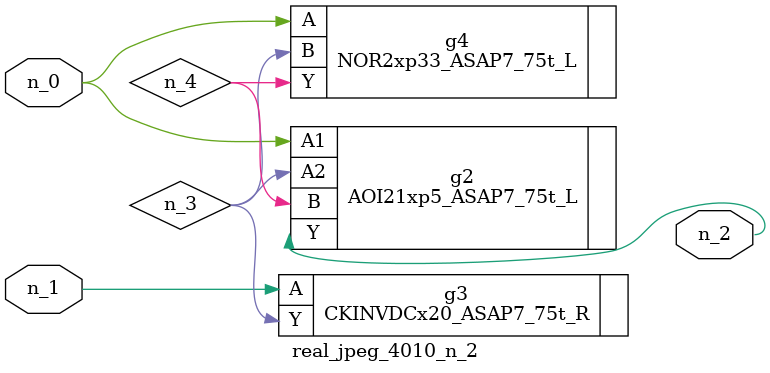
<source format=v>
module real_jpeg_4010_n_2 (n_1, n_0, n_2);

input n_1;
input n_0;

output n_2;

wire n_4;
wire n_3;

AOI21xp5_ASAP7_75t_L g2 ( 
.A1(n_0),
.A2(n_3),
.B(n_4),
.Y(n_2)
);

NOR2xp33_ASAP7_75t_L g4 ( 
.A(n_0),
.B(n_3),
.Y(n_4)
);

CKINVDCx20_ASAP7_75t_R g3 ( 
.A(n_1),
.Y(n_3)
);


endmodule
</source>
